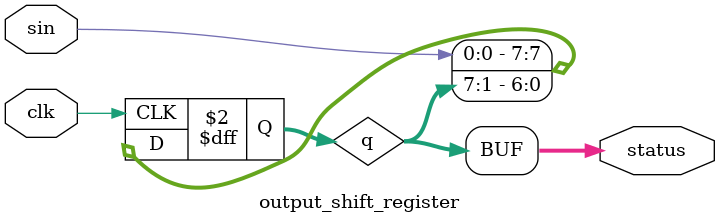
<source format=v>
`timescale 1ns / 1ps

//takes input from one end and stores by shifting
module output_shift_register(clk, sin, status);
	input clk, sin;
	output[7:0] status;
	reg[7:0] q;
	wire[7:0] m;
	
	//shift logic
	always @(posedge clk)
		begin
			q[0] <= q[1];
			q[1] <= q[2];
			q[2] <= q[3];
			q[3] <= q[4];
			q[4] <= q[5];
			q[5] <= q[6];
			q[6] <= q[7];
			q[7] <= sin;
		end        

	assign status = q;
endmodule

</source>
